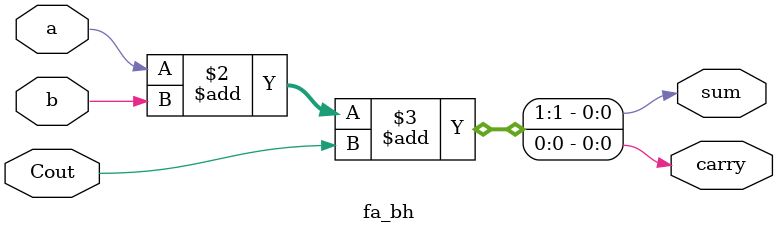
<source format=v>
`timescale 1ns / 1ps

module fa_bh (
    output reg sum, carry,
    input a, b, Cout
);
    always @(*)
    begin
 {sum,carry} = a + b + Cout;
    end
endmodule

</source>
